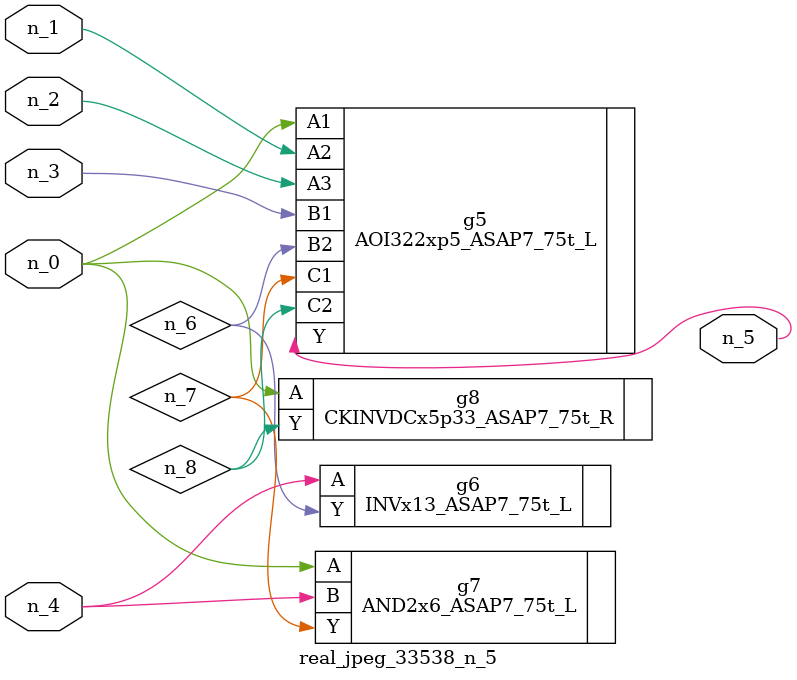
<source format=v>
module real_jpeg_33538_n_5 (n_4, n_0, n_1, n_2, n_3, n_5);

input n_4;
input n_0;
input n_1;
input n_2;
input n_3;

output n_5;

wire n_8;
wire n_6;
wire n_7;

AOI322xp5_ASAP7_75t_L g5 ( 
.A1(n_0),
.A2(n_1),
.A3(n_2),
.B1(n_3),
.B2(n_6),
.C1(n_7),
.C2(n_8),
.Y(n_5)
);

AND2x6_ASAP7_75t_L g7 ( 
.A(n_0),
.B(n_4),
.Y(n_7)
);

CKINVDCx5p33_ASAP7_75t_R g8 ( 
.A(n_0),
.Y(n_8)
);

INVx13_ASAP7_75t_L g6 ( 
.A(n_4),
.Y(n_6)
);


endmodule
</source>
